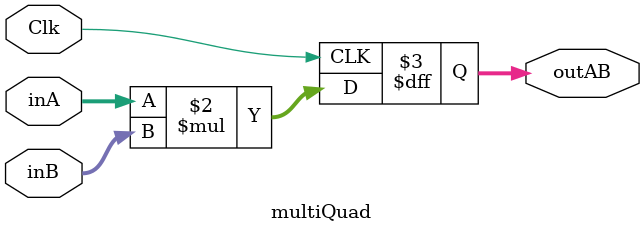
<source format=v>
`timescale 1ns / 1ps


module multiQuad(Clk, inA, inB, outAB);
//declare input and output
    input Clk;
    input signed [64:0] inA;
    input signed [64:0] inB;
    output signed [129:0] outAB;
//declare the sine ROM - 30 registers each 8 bit wide.  

    wire Clk;
    wire signed [64:0] inA;
    wire signed [64:0] inB;
    reg signed [129:0] outAB;
//Initialize the sine rom with samples. 

    //At every positive edge of the clock, output a sine wave sample.
    always@ (posedge(Clk))
    begin
        outAB = inA*inB;
    end

endmodule

</source>
